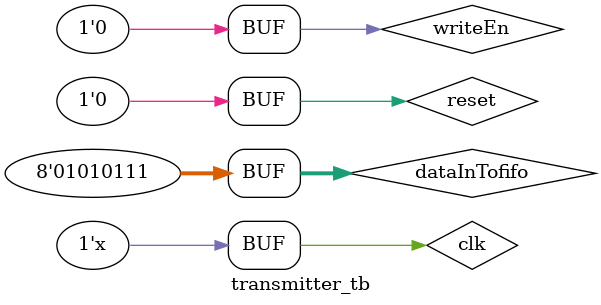
<source format=v>
 
`include "components/UART/baud-rate-generator.v"
`include "components/UART/fifo.v"
`include "components/UART/transmitter.v"

`timescale 1ns/1ns
module transmitter_tb;

reg [7:0] dataInTofifo;
reg clk = 0,reset;
reg writeEn=0;

baud_gen br1 (
    .clk(clk),
    .divsr(11'd650),
    .reset(reset)
);

Transmitter#(8,16)t1 (
    .tx_start(~f.EMPTY),
    .s_tick(br1.tick),
    .tx_dataIn(f.dataOut)
);

fifo f(
  .clk(clk),
  .dataIn(dataInTofifo),
  .reset(reset),
  .readEn(t1.tx_done_tick),
  .writeEn(writeEn)
);

initial begin
    $dumpfile("transmitter");
    $dumpvars(0, transmitter_tb);

    reset=1;
    #15
    reset=0;

    dataInTofifo=8'b01010101;
    writeEn=1;//put data in fifo
    #15
    writeEn = 0;
    #15
    writeEn = 1;
    dataInTofifo=8'b01010111;
    #15
    writeEn=0;

end

always #5 clk = ~clk;
endmodule

</source>
